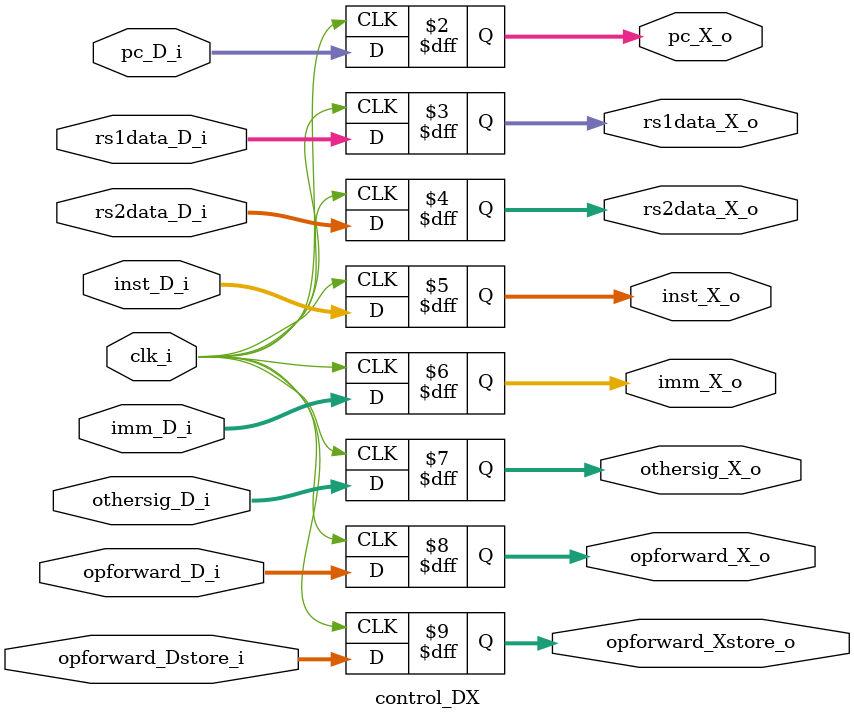
<source format=sv>
module control_DX(
	input logic clk_i,
	input logic [31:0]	pc_D_i,
	input logic [31:0] 	rs1data_D_i,
	input logic [31:0]	rs2data_D_i,
	input logic [31:0] 	inst_D_i,
	input logic [21:0] 	othersig_D_i,
	input logic [31:0] 	imm_D_i,
	input logic [3:0]	opforward_D_i,
	input logic [1:0]	opforward_Dstore_i,

	
	output logic [31:0] pc_X_o,
	output logic [31:0] rs1data_X_o,
	output logic [31:0] rs2data_X_o,
	output logic [31:0]	inst_X_o,
	output logic [31:0] imm_X_o,
	output logic [21:0] othersig_X_o, 
	output logic [3:0]	opforward_X_o,
	output logic [1:0]	opforward_Xstore_o
);

always_ff @(posedge clk_i) begin
	pc_X_o 			<= pc_D_i;
	rs1data_X_o 	<= rs1data_D_i;
	rs2data_X_o 	<= rs2data_D_i;
	inst_X_o 		<= inst_D_i;
	othersig_X_o 	<= othersig_D_i;
	imm_X_o  		<= imm_D_i;
	opforward_X_o   <= opforward_D_i;
	opforward_Xstore_o <= opforward_Dstore_i;

end
endmodule : control_DX

</source>
